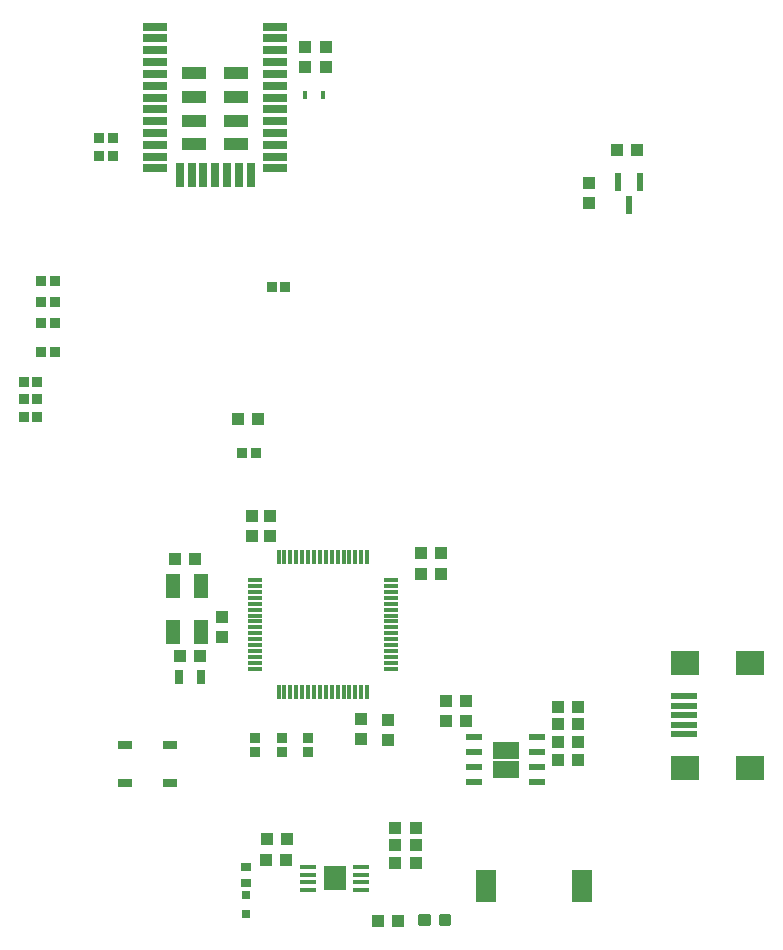
<source format=gbr>
G04 EAGLE Gerber RS-274X export*
G75*
%MOMM*%
%FSLAX34Y34*%
%LPD*%
%INSolderpaste Top*%
%IPPOS*%
%AMOC8*
5,1,8,0,0,1.08239X$1,22.5*%
G01*
%ADD10C,0.300000*%
%ADD11R,1.701800X2.692400*%
%ADD12R,1.100000X1.000000*%
%ADD13R,1.333500X0.431800*%
%ADD14R,1.854200X2.159000*%
%ADD15R,0.799997X0.755600*%
%ADD16R,0.939800X0.711200*%
%ADD17R,1.000000X1.100000*%
%ADD18R,0.800000X1.200000*%
%ADD19R,0.900000X0.850000*%
%ADD20R,0.850000X0.900000*%
%ADD21R,0.609600X1.625600*%
%ADD22R,2.006600X0.711200*%
%ADD23R,0.711200X2.006600*%
%ADD24R,2.006600X0.990600*%
%ADD25R,0.452400X0.749200*%
%ADD26R,1.270000X0.635000*%
%ADD27R,1.193800X0.304800*%
%ADD28R,0.304800X1.193800*%
%ADD29R,2.311400X0.508000*%
%ADD30R,2.489200X2.006600*%
%ADD31R,1.371600X0.482600*%

G36*
X1161067Y185875D02*
X1161067Y185875D01*
X1161069Y185874D01*
X1161112Y185894D01*
X1161156Y185912D01*
X1161156Y185914D01*
X1161158Y185915D01*
X1161191Y186000D01*
X1161191Y200002D01*
X1161190Y200004D01*
X1161191Y200006D01*
X1161171Y200049D01*
X1161153Y200093D01*
X1161151Y200093D01*
X1161150Y200095D01*
X1161065Y200128D01*
X1138935Y200128D01*
X1138933Y200127D01*
X1138931Y200128D01*
X1138888Y200108D01*
X1138844Y200090D01*
X1138844Y200088D01*
X1138842Y200087D01*
X1138809Y200002D01*
X1138809Y186000D01*
X1138810Y185998D01*
X1138809Y185996D01*
X1138829Y185953D01*
X1138847Y185909D01*
X1138849Y185909D01*
X1138850Y185907D01*
X1138935Y185874D01*
X1161065Y185874D01*
X1161067Y185875D01*
G37*
G36*
X1161067Y169873D02*
X1161067Y169873D01*
X1161069Y169872D01*
X1161112Y169892D01*
X1161156Y169910D01*
X1161156Y169912D01*
X1161158Y169913D01*
X1161191Y169998D01*
X1161191Y184000D01*
X1161190Y184002D01*
X1161191Y184004D01*
X1161171Y184047D01*
X1161153Y184091D01*
X1161151Y184091D01*
X1161150Y184093D01*
X1161065Y184126D01*
X1138935Y184126D01*
X1138933Y184125D01*
X1138931Y184126D01*
X1138888Y184106D01*
X1138844Y184088D01*
X1138844Y184086D01*
X1138842Y184085D01*
X1138809Y184000D01*
X1138809Y169998D01*
X1138810Y169996D01*
X1138809Y169994D01*
X1138829Y169951D01*
X1138847Y169907D01*
X1138849Y169907D01*
X1138850Y169905D01*
X1138935Y169872D01*
X1161065Y169872D01*
X1161067Y169873D01*
G37*
G36*
X897909Y321773D02*
X897909Y321773D01*
X897911Y321772D01*
X897954Y321792D01*
X897998Y321810D01*
X897998Y321812D01*
X898000Y321813D01*
X898033Y321898D01*
X898033Y341964D01*
X898032Y341966D01*
X898033Y341968D01*
X898013Y342011D01*
X897995Y342055D01*
X897993Y342055D01*
X897992Y342057D01*
X897907Y342090D01*
X885969Y342090D01*
X885967Y342089D01*
X885965Y342090D01*
X885922Y342070D01*
X885878Y342052D01*
X885878Y342050D01*
X885876Y342049D01*
X885843Y341964D01*
X885843Y321898D01*
X885844Y321896D01*
X885843Y321894D01*
X885863Y321851D01*
X885881Y321807D01*
X885883Y321807D01*
X885884Y321805D01*
X885969Y321772D01*
X897907Y321772D01*
X897909Y321773D01*
G37*
G36*
X874033Y321773D02*
X874033Y321773D01*
X874035Y321772D01*
X874078Y321792D01*
X874122Y321810D01*
X874122Y321812D01*
X874124Y321813D01*
X874157Y321898D01*
X874157Y341964D01*
X874156Y341966D01*
X874157Y341968D01*
X874137Y342011D01*
X874119Y342055D01*
X874117Y342055D01*
X874116Y342057D01*
X874031Y342090D01*
X862093Y342090D01*
X862091Y342089D01*
X862089Y342090D01*
X862046Y342070D01*
X862002Y342052D01*
X862002Y342050D01*
X862000Y342049D01*
X861967Y341964D01*
X861967Y321898D01*
X861968Y321896D01*
X861967Y321894D01*
X861987Y321851D01*
X862005Y321807D01*
X862007Y321807D01*
X862008Y321805D01*
X862093Y321772D01*
X874031Y321772D01*
X874033Y321773D01*
G37*
G36*
X897909Y282911D02*
X897909Y282911D01*
X897911Y282910D01*
X897954Y282930D01*
X897998Y282948D01*
X897998Y282950D01*
X898000Y282951D01*
X898033Y283036D01*
X898033Y303102D01*
X898032Y303104D01*
X898033Y303106D01*
X898013Y303149D01*
X897995Y303193D01*
X897993Y303193D01*
X897992Y303195D01*
X897907Y303228D01*
X885969Y303228D01*
X885967Y303227D01*
X885965Y303228D01*
X885922Y303208D01*
X885878Y303190D01*
X885878Y303188D01*
X885876Y303187D01*
X885843Y303102D01*
X885843Y283036D01*
X885844Y283034D01*
X885843Y283032D01*
X885863Y282989D01*
X885881Y282945D01*
X885883Y282945D01*
X885884Y282943D01*
X885969Y282910D01*
X897907Y282910D01*
X897909Y282911D01*
G37*
G36*
X874033Y282911D02*
X874033Y282911D01*
X874035Y282910D01*
X874078Y282930D01*
X874122Y282948D01*
X874122Y282950D01*
X874124Y282951D01*
X874157Y283036D01*
X874157Y303102D01*
X874156Y303104D01*
X874157Y303106D01*
X874137Y303149D01*
X874119Y303193D01*
X874117Y303193D01*
X874116Y303195D01*
X874031Y303228D01*
X862093Y303228D01*
X862091Y303227D01*
X862089Y303228D01*
X862046Y303208D01*
X862002Y303190D01*
X862002Y303188D01*
X862000Y303187D01*
X861967Y303102D01*
X861967Y283036D01*
X861968Y283034D01*
X861967Y283032D01*
X861987Y282989D01*
X862005Y282945D01*
X862007Y282945D01*
X862008Y282943D01*
X862093Y282910D01*
X874031Y282910D01*
X874033Y282911D01*
G37*
D10*
X1095070Y46000D02*
X1095070Y53000D01*
X1102070Y53000D01*
X1102070Y46000D01*
X1095070Y46000D01*
X1095070Y48850D02*
X1102070Y48850D01*
X1102070Y51700D02*
X1095070Y51700D01*
X1077530Y53000D02*
X1077530Y46000D01*
X1077530Y53000D02*
X1084530Y53000D01*
X1084530Y46000D01*
X1077530Y46000D01*
X1077530Y48850D02*
X1084530Y48850D01*
X1084530Y51700D02*
X1077530Y51700D01*
D11*
X1133187Y77800D03*
X1214213Y77800D03*
D12*
X1211000Y185000D03*
X1194000Y185000D03*
X1099000Y235000D03*
X1116000Y235000D03*
X1098900Y217600D03*
X1115900Y217600D03*
X1058600Y48000D03*
X1041600Y48000D03*
X1194000Y230000D03*
X1211000Y230000D03*
X1194000Y215000D03*
X1211000Y215000D03*
X1194000Y200000D03*
X1211000Y200000D03*
D13*
X982739Y94150D03*
X982739Y87650D03*
X982739Y81150D03*
X982739Y74650D03*
X1027062Y74650D03*
X1027062Y81150D03*
X1027062Y87650D03*
X1027062Y94150D03*
D14*
X1004900Y84400D03*
D12*
X947000Y100100D03*
X964000Y100100D03*
X947600Y117600D03*
X964600Y117600D03*
X1056500Y97500D03*
X1073500Y97500D03*
X1056500Y112500D03*
X1073500Y112500D03*
X1056500Y127500D03*
X1073500Y127500D03*
D15*
X930000Y54722D03*
X930000Y70278D03*
D16*
X930000Y94231D03*
X930000Y80769D03*
D17*
X950000Y374000D03*
X950000Y391000D03*
D12*
X1078300Y342600D03*
X1095300Y342600D03*
D17*
X1050100Y218600D03*
X1050100Y201600D03*
X935000Y374000D03*
X935000Y391000D03*
X1027400Y219600D03*
X1027400Y202600D03*
D12*
X1095200Y360100D03*
X1078200Y360100D03*
D18*
X891500Y255000D03*
X873500Y255000D03*
D12*
X869700Y355300D03*
X886700Y355300D03*
X891000Y272500D03*
X874000Y272500D03*
D19*
X937500Y191700D03*
X937500Y203300D03*
X960000Y191700D03*
X960000Y203300D03*
X982500Y191700D03*
X982500Y203300D03*
D20*
X741700Y475000D03*
X753300Y475000D03*
X938300Y445000D03*
X926700Y445000D03*
X756700Y530000D03*
X768300Y530000D03*
X756700Y572500D03*
X768300Y572500D03*
X756700Y590000D03*
X768300Y590000D03*
X805600Y696200D03*
X817200Y696200D03*
X805600Y711400D03*
X817200Y711400D03*
X753300Y490000D03*
X741700Y490000D03*
X753300Y505000D03*
X741700Y505000D03*
X768300Y555000D03*
X756700Y555000D03*
D21*
X1263450Y674206D03*
X1245150Y674206D03*
X1254300Y654394D03*
D17*
X1220000Y673500D03*
X1220000Y656500D03*
D12*
X940100Y473500D03*
X923100Y473500D03*
X1244300Y701000D03*
X1261300Y701000D03*
D22*
X852800Y805600D03*
X852800Y795600D03*
X852800Y785600D03*
X852800Y775600D03*
X852800Y765600D03*
X852800Y755600D03*
X852800Y745600D03*
X852800Y735600D03*
X852800Y725600D03*
X852800Y715600D03*
X852800Y705600D03*
X852800Y695600D03*
X852800Y685600D03*
D23*
X873800Y680100D03*
X883800Y680100D03*
X893800Y680100D03*
X903800Y680100D03*
X913800Y680100D03*
X923800Y680100D03*
X933800Y680100D03*
D24*
X886299Y766069D03*
D22*
X954800Y685600D03*
X954800Y695600D03*
X954800Y705600D03*
X954800Y715600D03*
X954800Y725600D03*
X954800Y735600D03*
X954800Y745600D03*
X954800Y755600D03*
X954800Y765600D03*
X954800Y775600D03*
X954800Y785600D03*
X954800Y795600D03*
X954800Y805600D03*
D24*
X886299Y746069D03*
X886299Y726069D03*
X886299Y706069D03*
X921301Y766069D03*
X921301Y746069D03*
X921301Y726069D03*
X921301Y706069D03*
D25*
X980238Y747500D03*
X994762Y747500D03*
D17*
X997500Y771500D03*
X997500Y788500D03*
X980000Y771500D03*
X980000Y788500D03*
D26*
X827801Y197456D03*
X827801Y164944D03*
X865799Y164944D03*
X865799Y197456D03*
D20*
X951700Y585000D03*
X963300Y585000D03*
D27*
X937500Y337000D03*
X937500Y332000D03*
X937500Y327000D03*
X937500Y322000D03*
X937500Y317000D03*
X937500Y312000D03*
X937500Y307000D03*
X937500Y302000D03*
X937500Y297000D03*
X937500Y292000D03*
X937500Y287000D03*
X937500Y282000D03*
X937500Y277000D03*
X937500Y272000D03*
X937500Y267000D03*
X937500Y262000D03*
D28*
X957500Y242000D03*
X962500Y242000D03*
X967500Y242000D03*
X972500Y242000D03*
X977500Y242000D03*
X982500Y242000D03*
X987500Y242000D03*
X992500Y242000D03*
X997500Y242000D03*
X1002500Y242000D03*
X1007500Y242000D03*
X1012500Y242000D03*
X1017500Y242000D03*
X1022500Y242000D03*
X1027500Y242000D03*
X1032500Y242000D03*
D27*
X1052500Y262000D03*
X1052500Y267000D03*
X1052500Y272000D03*
X1052500Y277000D03*
X1052500Y282000D03*
X1052500Y287000D03*
X1052500Y292000D03*
X1052500Y297000D03*
X1052500Y302000D03*
X1052500Y307000D03*
X1052500Y312000D03*
X1052500Y317000D03*
X1052500Y322000D03*
X1052500Y327000D03*
X1052500Y332000D03*
X1052500Y337000D03*
D28*
X1032500Y357000D03*
X1027500Y357000D03*
X1022500Y357000D03*
X1017500Y357000D03*
X1012500Y357000D03*
X1007500Y357000D03*
X1002500Y357000D03*
X997500Y357000D03*
X992500Y357000D03*
X987500Y357000D03*
X982500Y357000D03*
X977500Y357000D03*
X972500Y357000D03*
X967500Y357000D03*
X962500Y357000D03*
X957500Y357000D03*
D17*
X910000Y289000D03*
X910000Y306000D03*
D29*
X1300390Y206500D03*
X1300390Y214500D03*
X1300390Y222500D03*
X1300390Y230500D03*
X1300390Y238500D03*
D30*
X1301342Y178000D03*
X1301342Y267000D03*
X1356450Y178000D03*
X1356450Y267000D03*
D31*
X1123330Y204050D03*
X1123330Y191350D03*
X1123330Y178650D03*
X1123330Y165950D03*
X1176670Y165950D03*
X1176670Y178650D03*
X1176670Y191350D03*
X1176670Y204050D03*
M02*

</source>
